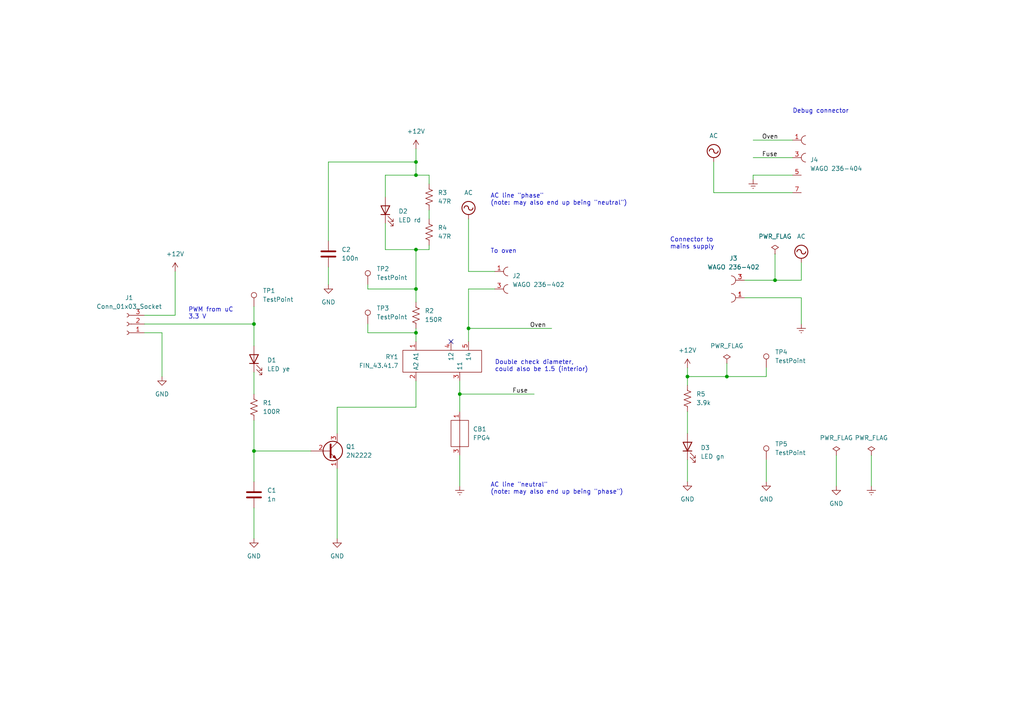
<source format=kicad_sch>
(kicad_sch (version 20230121) (generator eeschema)
  (paper "A4")
  (title_block (title "Reflow oven controller board") (date "2025-08-23") (rev "2.0") (company "Philipp Rapp"))
  (lib_symbols
    (symbol "Connector:Conn_01x03_Socket" (pin_names (offset 1.016) hide)
      (property "Reference" "J" (at 0 5.08 0))
      (property "Value" "Conn_01x03_Socket" (at 0 -5.08 0))
      (symbol "Conn_01x03_Socket_1_1"
        (arc (start 0 -2.032) (mid -0.5058 -2.54) (end 0 -3.048) (stroke (width 0.1524)))
        (polyline (pts (xy -1.27 -2.54) (xy -0.508 -2.54)) (stroke (width 0.1524)))
        (polyline (pts (xy -1.27 0) (xy -0.508 0)) (stroke (width 0.1524)))
        (polyline (pts (xy -1.27 2.54) (xy -0.508 2.54)) (stroke (width 0.1524)))
        (arc (start 0 0.508) (mid -0.5058 0) (end 0 -0.508) (stroke (width 0.1524)))
        (arc (start 0 3.048) (mid -0.5058 2.54) (end 0 2.032) (stroke (width 0.1524)))
        (pin passive line (at -5.08 2.54 0) (length 3.81) (name "Pin_1") (number "1"))
        (pin passive line (at -5.08 0 0) (length 3.81) (name "Pin_2") (number "2"))
        (pin passive line (at -5.08 -2.54 0) (length 3.81) (name "Pin_3") (number "3"))
      )
    )
    (symbol "Connector:TestPoint" (pin_numbers hide) (pin_names (offset 0.762) hide)
      (property "Reference" "TP" (at 0 6.858 0))
      (property "Value" "TestPoint" (at 0 5.08 0))
      (symbol "TestPoint_0_1"
        (circle (center 0 3.302) (radius 0.762))
      )
      (symbol "TestPoint_1_1"
        (pin passive line (at 0 0 90) (length 2.54) (name "1") (number "1"))
      )
    )
    (symbol "Device:C" (pin_numbers hide) (pin_names (offset 0.254))
      (property "Reference" "C" (at 0.635 2.54 0))
      (property "Value" "C" (at 0.635 -2.54 0))
      (symbol "C_0_1"
        (polyline (pts (xy -2.032 -0.762) (xy 2.032 -0.762)) (stroke (width 0.508)))
        (polyline (pts (xy -2.032 0.762) (xy 2.032 0.762)) (stroke (width 0.508)))
      )
      (symbol "C_1_1"
        (pin passive line (at 0 3.81 270) (length 2.794) (name "~") (number "1"))
        (pin passive line (at 0 -3.81 90) (length 2.794) (name "~") (number "2"))
      )
    )
    (symbol "Device:LED" (pin_numbers hide) (pin_names (offset 1.016) hide)
      (property "Reference" "D" (at 0 2.54 0))
      (property "Value" "LED" (at 0 -2.54 0))
      (symbol "LED_0_1"
        (polyline (pts (xy -1.27 -1.27) (xy -1.27 1.27)) (stroke (width 0.254)))
        (polyline (pts (xy -1.27 0) (xy 1.27 0)))
        (polyline (pts (xy 1.27 -1.27) (xy 1.27 1.27) (xy -1.27 0) (xy 1.27 -1.27)) (stroke (width 0.254)))
        (polyline (pts (xy -3.048 -0.762) (xy -4.572 -2.286) (xy -3.81 -2.286) (xy -4.572 -2.286) (xy -4.572 -1.524)))
        (polyline (pts (xy -1.778 -0.762) (xy -3.302 -2.286) (xy -2.54 -2.286) (xy -3.302 -2.286) (xy -3.302 -1.524)))
      )
      (symbol "LED_1_1"
        (pin passive line (at -3.81 0 0) (length 2.54) (name "K") (number "1"))
        (pin passive line (at 3.81 0 180) (length 2.54) (name "A") (number "2"))
      )
    )
    (symbol "Device:R_US" (pin_numbers hide) (pin_names (offset 0))
      (property "Reference" "R" (at 2.54 0 90))
      (property "Value" "R_US" (at -2.54 0 90))
      (symbol "R_US_0_1"
        (polyline (pts (xy 0 -2.286) (xy 0 -2.54)))
        (polyline (pts (xy 0 2.286) (xy 0 2.54)))
        (polyline (pts (xy 0 -0.762) (xy 1.016 -1.143) (xy 0 -1.524) (xy -1.016 -1.905) (xy 0 -2.286)))
        (polyline (pts (xy 0 0.762) (xy 1.016 0.381) (xy 0 0) (xy -1.016 -0.381) (xy 0 -0.762)))
        (polyline (pts (xy 0 2.286) (xy 1.016 1.905) (xy 0 1.524) (xy -1.016 1.143) (xy 0 0.762)))
      )
      (symbol "R_US_1_1"
        (pin passive line (at 0 3.81 270) (length 1.27) (name "~") (number "1"))
        (pin passive line (at 0 -3.81 90) (length 1.27) (name "~") (number "2"))
      )
    )
    (symbol "active:2N2222" (pin_names hide)
      (property "Reference" "Q" (at 5.715 1.27 0))
      (property "Value" "2N2222" (at 8.763 -1.27 0))
      (symbol "2N2222_0_1"
        (polyline (pts (xy 0.635 0.635) (xy 2.54 2.54)))
        (polyline (pts (xy 0.635 -0.635) (xy 2.54 -2.54) (xy 2.54 -2.54)))
        (polyline (pts (xy 0.635 1.905) (xy 0.635 -1.905) (xy 0.635 -1.905)) (stroke (width 0.508)))
        (polyline (pts (xy 1.27 -1.778) (xy 1.778 -1.27) (xy 2.286 -2.286) (xy 1.27 -1.778) (xy 1.27 -1.778)) (fill (type outline)))
        (circle (center 1.27 0) (radius 2.8194) (stroke (width 0.254)))
      )
      (symbol "2N2222_1_1"
        (pin passive line (at 2.54 -5.08 90) (length 2.54) (name "E") (number "1"))
        (pin input line (at -5.08 0 0) (length 5.715) (name "B") (number "2"))
        (pin passive line (at 2.54 5.08 270) (length 2.54) (name "C") (number "3"))
      )
    )
    (symbol "connectors:WAGO_236-402" (pin_names hide)
      (property "Reference" "J" (at 0 6.35 0))
      (property "Value" "WAGO 236-402" (at 0 -6.35 0))
      (symbol "WAGO_236-402_0_1"
        (arc (start 0 -2.54) (mid 0.372 -3.438) (end 1.27 -3.81))
        (arc (start 0 2.54) (mid 0.372 1.642) (end 1.27 1.27))
        (arc (start 1.27 -1.27) (mid 0.372 -1.642) (end 0 -2.54))
        (arc (start 1.27 3.81) (mid 0.372 3.438) (end 0 2.54))
      )
      (symbol "WAGO_236-402_1_1"
        (pin passive line (at -2.54 2.54 0) (length 2.54) (name "A") (number "1"))
        (pin passive line (at -2.54 2.54 0) (length 2.54) hide (name "B") (number "2"))
        (pin passive line (at -2.54 -2.54 0) (length 2.54) (name "C") (number "3"))
        (pin passive line (at -2.54 -2.54 0) (length 2.54) hide (name "D") (number "4"))
      )
    )
    (symbol "connectors:WAGO_236-404" (pin_names hide)
      (property "Reference" "J" (at 0 12.7 0))
      (property "Value" "WAGO 236-404" (at 0 -11.43 0))
      (symbol "WAGO_236-404_0_1"
        (arc (start 0 2.54) (mid 0.372 1.642) (end 1.27 1.27))
        (arc (start 0 7.62) (mid 0.372 6.722) (end 1.27 6.35))
        (arc (start 1.27 3.81) (mid 0.372 3.438) (end 0 2.54))
        (arc (start 1.27 8.89) (mid 0.372 8.518) (end 0 7.62))
      )
      (symbol "WAGO_236-404_1_1"
        (pin passive line (at -2.54 7.62 0) (length 2.54) (name "A") (number "1"))
        (pin passive line (at -2.54 7.62 0) (length 2.54) hide (name "B") (number "2"))
        (pin passive line (at -2.54 2.54 0) (length 2.54) (name "C") (number "3"))
        (pin passive line (at -2.54 2.54 0) (length 2.54) hide (name "D") (number "4"))
        (pin passive line (at -2.54 -2.54 0) (length 2.54) (name "E") (number "5"))
        (pin passive line (at -2.54 -2.54 0) (length 2.54) hide (name "F") (number "6"))
        (pin passive line (at -2.54 -7.62 0) (length 2.54) (name "G") (number "7"))
        (pin passive line (at -2.54 -7.62 0) (length 2.54) hide (name "H") (number "8"))
      )
    )
    (symbol "electrical:FIN_43.41.7"
      (property "Reference" "RY" (at 2.54 3.81 0))
      (property "Value" "FIN_43.41.7" (at 2.54 -8.89 0))
      (symbol "FIN_43.41.7_0_1"
        (rectangle (start -7.62 2.54) (end 15.24 -3.81))
      )
      (symbol "FIN_43.41.7_1_1"
        (pin passive line (at -3.81 5.08 270) (length 2.54) (name "A1") (number "1"))
        (pin passive line (at -3.81 -6.35 90) (length 2.54) (name "A2") (number "2"))
        (pin passive line (at 8.89 -6.35 90) (length 2.54) (name "11") (number "3"))
        (pin passive line (at 6.35 5.08 270) (length 2.54) (name "12") (number "4"))
        (pin passive line (at 11.43 5.08 270) (length 2.54) (name "14") (number "5"))
      )
    )
    (symbol "electrical:FPG4" (pin_names hide)
      (property "Reference" "CB" (at 0 3.81 0))
      (property "Value" "FPG4" (at 0 -3.81 0))
      (symbol "FPG4_0_1"
        (rectangle (start -3.81 2.54) (end 3.81 -2.54))
        (polyline (pts (xy -3.81 0) (xy 3.81 0)))
      )
      (symbol "FPG4_1_1"
        (pin passive line (at -6.35 0 0) (length 2.54) (name "A") (number "1"))
        (pin passive line (at -6.35 0 0) (length 2.54) hide (name "B") (number "2"))
        (pin passive line (at 6.35 0 180) (length 2.54) (name "C") (number "3"))
        (pin passive line (at 6.35 0 180) (length 2.54) hide (name "D") (number "4"))
      )
    )
    (symbol "power:+12V" (power) (pin_names (offset 0))
      (property "Value" "+12V" (at 0 3.556 0))
      (symbol "+12V_0_1"
        (polyline (pts (xy -0.762 1.27) (xy 0 2.54)))
        (polyline (pts (xy 0 0) (xy 0 2.54)))
        (polyline (pts (xy 0 2.54) (xy 0.762 1.27)))
      )
      (symbol "+12V_1_1"
        (pin power_in line (at 0 0 90) (length 0) hide (name "+12V") (number "1"))
      )
    )
    (symbol "power:AC" (power) (pin_names (offset 0))
      (property "Value" "AC" (at 0 6.35 0))
      (symbol "AC_0_1"
        (polyline (pts (xy 0 0) (xy 0 1.27)))
        (arc (start 0 3.175) (mid -0.635 3.8073) (end -1.27 3.175) (stroke (width 0.254)))
        (arc (start 0 3.175) (mid 0.635 2.5427) (end 1.27 3.175) (stroke (width 0.254)))
        (circle (center 0 3.175) (radius 1.905) (stroke (width 0.254)))
      )
      (symbol "AC_1_1"
        (pin power_in line (at 0 0 90) (length 0) hide (name "AC") (number "1"))
      )
    )
    (symbol "power:Earth" (power) (pin_names (offset 0))
      (symbol "Earth_0_1"
        (polyline (pts (xy -0.635 -1.905) (xy 0.635 -1.905)))
        (polyline (pts (xy -0.127 -2.54) (xy 0.127 -2.54)))
        (polyline (pts (xy 0 -1.27) (xy 0 0)))
        (polyline (pts (xy 1.27 -1.27) (xy -1.27 -1.27)))
      )
      (symbol "Earth_1_1"
        (pin power_in line (at 0 0 270) (length 0) hide (name "Earth") (number "1"))
      )
    )
    (symbol "power:GND" (power) (pin_names (offset 0))
      (property "Value" "GND" (at 0 -3.81 0))
      (symbol "GND_0_1"
        (polyline (pts (xy 0 0) (xy 0 -1.27) (xy 1.27 -1.27) (xy 0 -2.54) (xy -1.27 -1.27) (xy 0 -1.27)))
      )
      (symbol "GND_1_1"
        (pin power_in line (at 0 0 270) (length 0) hide (name "GND") (number "1"))
      )
    )
    (symbol "power:PWR_FLAG" (power) (pin_numbers hide) (pin_names (offset 0) hide)
      (property "Value" "PWR_FLAG" (at 0 3.81 0))
      (symbol "PWR_FLAG_0_0"
        (pin power_out line (at 0 0 90) (length 0) (name "pwr") (number "1"))
      )
      (symbol "PWR_FLAG_0_1"
        (polyline (pts (xy 0 0) (xy 0 1.27) (xy -1.016 1.905) (xy 0 2.54) (xy 1.016 1.905) (xy 0 1.27)))
      )
    )
  )
  (junction (at 73.66 130.81))
  (junction (at 224.79 81.28))
  (junction (at 199.39 109.22))
  (junction (at 120.65 72.39))
  (junction (at 120.65 46.99))
  (junction (at 73.66 93.98))
  (junction (at 120.65 50.8))
  (junction (at 135.89 95.25))
  (junction (at 120.65 96.52))
  (junction (at 133.35 114.3))
  (junction (at 120.65 83.82))
  (junction (at 210.82 109.22))
  (no_connect (at 130.81 99.06))
  (wire (pts (xy 199.39 109.22) (xy 210.82 109.22)))
  (wire (pts (xy 218.44 50.8) (xy 218.44 52.07)))
  (wire (pts (xy 215.9 81.28) (xy 224.79 81.28)))
  (wire (pts (xy 73.66 130.81) (xy 73.66 139.7)))
  (wire (pts (xy 97.79 135.89) (xy 97.79 156.21)))
  (wire (pts (xy 199.39 133.35) (xy 199.39 139.7)))
  (wire (pts (xy 207.01 55.88) (xy 229.87 55.88)))
  (wire (pts (xy 120.65 43.18) (xy 120.65 46.99)))
  (wire (pts (xy 224.79 81.28) (xy 232.41 81.28)))
  (wire (pts (xy 97.79 118.11) (xy 97.79 125.73)))
  (wire (pts (xy 232.41 86.36) (xy 232.41 93.98)))
  (wire (pts (xy 120.65 72.39) (xy 124.46 72.39)))
  (wire (pts (xy 133.35 114.3) (xy 154.94 114.3)))
  (wire (pts (xy 73.66 121.92) (xy 73.66 130.81)))
  (wire (pts (xy 124.46 71.12) (xy 124.46 72.39)))
  (wire (pts (xy 111.76 50.8) (xy 111.76 57.15)))
  (wire (pts (xy 41.91 93.98) (xy 73.66 93.98)))
  (wire (pts (xy 95.25 77.47) (xy 95.25 82.55)))
  (wire (pts (xy 120.65 46.99) (xy 120.65 50.8)))
  (wire (pts (xy 124.46 50.8) (xy 124.46 53.34)))
  (wire (pts (xy 41.91 91.44) (xy 50.8 91.44)))
  (wire (pts (xy 124.46 60.96) (xy 124.46 63.5)))
  (wire (pts (xy 106.68 96.52) (xy 120.65 96.52)))
  (wire (pts (xy 199.39 119.38) (xy 199.39 125.73)))
  (wire (pts (xy 210.82 109.22) (xy 222.25 109.22)))
  (wire (pts (xy 210.82 105.41) (xy 210.82 109.22)))
  (wire (pts (xy 242.57 132.08) (xy 242.57 140.97)))
  (wire (pts (xy 143.51 83.82) (xy 135.89 83.82)))
  (wire (pts (xy 111.76 72.39) (xy 120.65 72.39)))
  (wire (pts (xy 218.44 45.72) (xy 229.87 45.72)))
  (wire (pts (xy 232.41 76.2) (xy 232.41 81.28)))
  (wire (pts (xy 199.39 106.68) (xy 199.39 109.22)))
  (wire (pts (xy 73.66 107.95) (xy 73.66 114.3)))
  (wire (pts (xy 222.25 133.35) (xy 222.25 139.7)))
  (wire (pts (xy 135.89 78.74) (xy 143.51 78.74)))
  (wire (pts (xy 215.9 86.36) (xy 232.41 86.36)))
  (wire (pts (xy 120.65 83.82) (xy 120.65 87.63)))
  (wire (pts (xy 222.25 109.22) (xy 222.25 106.68)))
  (wire (pts (xy 120.65 72.39) (xy 120.65 83.82)))
  (wire (pts (xy 133.35 110.49) (xy 133.35 114.3)))
  (wire (pts (xy 133.35 114.3) (xy 133.35 119.38)))
  (wire (pts (xy 73.66 88.9) (xy 73.66 93.98)))
  (wire (pts (xy 120.65 50.8) (xy 111.76 50.8)))
  (wire (pts (xy 252.73 132.08) (xy 252.73 140.97)))
  (wire (pts (xy 218.44 40.64) (xy 229.87 40.64)))
  (wire (pts (xy 120.65 95.25) (xy 120.65 96.52)))
  (wire (pts (xy 73.66 130.81) (xy 90.17 130.81)))
  (wire (pts (xy 120.65 50.8) (xy 124.46 50.8)))
  (wire (pts (xy 229.87 50.8) (xy 218.44 50.8)))
  (wire (pts (xy 135.89 83.82) (xy 135.89 95.25)))
  (wire (pts (xy 73.66 147.32) (xy 73.66 156.21)))
  (wire (pts (xy 135.89 95.25) (xy 160.02 95.25)))
  (wire (pts (xy 207.01 46.99) (xy 207.01 55.88)))
  (wire (pts (xy 133.35 132.08) (xy 133.35 140.97)))
  (wire (pts (xy 106.68 82.55) (xy 106.68 83.82)))
  (wire (pts (xy 111.76 64.77) (xy 111.76 72.39)))
  (wire (pts (xy 50.8 91.44) (xy 50.8 78.74)))
  (wire (pts (xy 106.68 93.98) (xy 106.68 96.52)))
  (wire (pts (xy 135.89 95.25) (xy 135.89 99.06)))
  (wire (pts (xy 95.25 46.99) (xy 120.65 46.99)))
  (wire (pts (xy 95.25 46.99) (xy 95.25 69.85)))
  (wire (pts (xy 73.66 93.98) (xy 73.66 100.33)))
  (wire (pts (xy 120.65 96.52) (xy 120.65 99.06)))
  (wire (pts (xy 120.65 118.11) (xy 97.79 118.11)))
  (wire (pts (xy 106.68 83.82) (xy 120.65 83.82)))
  (wire (pts (xy 224.79 73.66) (xy 224.79 81.28)))
  (wire (pts (xy 199.39 109.22) (xy 199.39 111.76)))
  (wire (pts (xy 120.65 110.49) (xy 120.65 118.11)))
  (wire (pts (xy 41.91 96.52) (xy 46.99 96.52)))
  (wire (pts (xy 135.89 63.5) (xy 135.89 78.74)))
  (wire (pts (xy 46.99 96.52) (xy 46.99 109.22)))
  (text "Double check diameter,\ncould also be 1.5 (interior)" (at 143.51 107.95 0) (effects (font (size 1.27 1.27)) (justify left bottom)))
  (text "AC line \"neutral\"\n(note: may also end up being \"phase\")" (at 142.24 143.51 0) (effects (font (size 1.27 1.27)) (justify left bottom)))
  (text "Debug connector" (at 229.87 33.02 0) (effects (font (size 1.27 1.27)) (justify left bottom)))
  (text "PWM from uC\n3.3 V" (at 54.61 92.71 0) (effects (font (size 1.27 1.27)) (justify left bottom)))
  (text "To oven" (at 142.24 73.66 0) (effects (font (size 1.27 1.27)) (justify left bottom)))
  (text "AC line \"phase\"\n(note: may also end up being \"neutral\")" (at 142.24 59.69 0) (effects (font (size 1.27 1.27)) (justify left bottom)))
  (text "Connector to\nmains supply" (at 194.31 72.39 0) (effects (font (size 1.27 1.27)) (justify left bottom)))
  (label "Oven" (at 220.98 40.64 0))
  (label "Fuse" (at 148.59 114.3 0))
  (label "Oven" (at 153.67 95.25 0))
  (label "Fuse" (at 220.98 45.72 0))
  (symbol (lib_id "Connector:Conn_01x03_Socket") (at 36.83 93.98 180) (unit 1)
    (property "Reference" "J1" (at 37.465 86.36 0))
    (property "Value" "Conn_01x03_Socket" (at 37.465 88.9 0))
    (property "Footprint" "Connector_PinSocket_2.54mm:PinSocket_1x03_P2.54mm_Vertical" (effects hide))
  )
  (symbol (lib_id "power:GND") (at 46.99 109.22 0) (unit 1)
    (property "Reference" "#PWR01" (effects hide))
    (property "Value" "GND" (at 46.99 114.3 0))
  )
  (symbol (lib_id "power:AC") (at 135.89 63.5 0) (unit 1)
    (property "Reference" "#PWR08" (effects hide))
    (property "Value" "AC" (at 135.89 55.88 0))
  )
  (symbol (lib_id "Device:LED") (at 111.76 60.96 90) (unit 1)
    (property "Reference" "D2" (at 115.57 61.2775 90) (effects (justify right)))
    (property "Value" "LED rd" (at 115.57 63.8175 90) (effects (justify right)))
    (property "Footprint" "LED_THT:LED_D5.0mm" (effects hide))
  )
  (symbol (lib_id "connectors:WAGO_236-402") (at 146.05 81.28 0) (unit 1)
    (property "Reference" "J2" (at 148.59 80.01 0) (effects (justify left)))
    (property "Value" "WAGO 236-402" (at 148.59 82.55 0) (effects (justify left)))
    (property "Footprint" "connectors:WAGO 236-402" (effects hide))
  )
  (symbol (lib_id "Device:R_US") (at 73.66 118.11 0) (unit 1)
    (property "Reference" "R1" (at 76.2 116.84 0) (effects (justify left)))
    (property "Value" "100R" (at 76.2 119.38 0) (effects (justify left)))
    (property "Footprint" "Resistor_THT:R_Axial_DIN0207_L6.3mm_D2.5mm_P10.16mm_Horizontal" (effects hide))
  )
  (symbol (lib_id "Device:R_US") (at 120.65 91.44 0) (unit 1)
    (property "Reference" "R2" (at 123.19 90.17 0) (effects (justify left)))
    (property "Value" "150R" (at 123.19 92.71 0) (effects (justify left)))
    (property "Footprint" "Resistor_THT:R_Axial_DIN0207_L6.3mm_D2.5mm_P10.16mm_Horizontal" (effects hide))
  )
  (symbol (lib_id "power:GND") (at 73.66 156.21 0) (unit 1)
    (property "Reference" "#PWR03" (effects hide))
    (property "Value" "GND" (at 73.66 161.29 0))
  )
  (symbol (lib_id "power:PWR_FLAG") (at 242.57 132.08 0) (unit 1)
    (property "Reference" "#FLG03" (effects hide))
    (property "Value" "PWR_FLAG" (at 242.57 127 0))
  )
  (symbol (lib_id "power:Earth") (at 232.41 93.98 0) (unit 1)
    (property "Reference" "#PWR015" (effects hide))
    (property "Value" "Earth" (effects hide))
  )
  (symbol (lib_id "power:GND") (at 95.25 82.55 0) (unit 1)
    (property "Reference" "#PWR04" (effects hide))
    (property "Value" "GND" (at 95.25 87.63 0))
  )
  (symbol (lib_id "Connector:TestPoint") (at 73.66 88.9 0) (unit 1)
    (property "Reference" "TP1" (at 76.2 84.328 0) (effects (justify left)))
    (property "Value" "TestPoint" (at 76.2 86.868 0) (effects (justify left)))
    (property "Footprint" "TestPoint:TestPoint_Pad_2.0x2.0mm" (effects hide))
  )
  (symbol (lib_id "electrical:FIN_43.41.7") (at 124.46 104.14 0) (unit 1)
    (property "Reference" "RY1" (at 115.57 103.505 0) (effects (justify right)))
    (property "Value" "FIN_43.41.7" (at 115.57 106.045 0) (effects (justify right)))
    (property "Footprint" "electrical:FIN 43.41.7" (effects hide))
  )
  (symbol (lib_id "power:Earth") (at 252.73 140.97 0) (unit 1)
    (property "Reference" "#PWR017" (effects hide))
    (property "Value" "Earth" (effects hide))
  )
  (symbol (lib_id "power:+12V") (at 120.65 43.18 0) (unit 1)
    (property "Reference" "#PWR06" (effects hide))
    (property "Value" "+12V" (at 120.65 38.1 0))
  )
  (symbol (lib_id "power:AC") (at 207.01 46.99 0) (unit 1)
    (property "Reference" "#PWR011" (effects hide))
    (property "Value" "AC" (at 207.01 39.37 0))
  )
  (symbol (lib_id "connectors:WAGO_236-402") (at 213.36 83.82 180) (unit 1)
    (property "Reference" "J3" (at 212.725 74.93 0))
    (property "Value" "WAGO 236-402" (at 212.725 77.47 0))
    (property "Footprint" "connectors:WAGO 236-402" (effects hide))
  )
  (symbol (lib_id "power:PWR_FLAG") (at 210.82 105.41 0) (unit 1)
    (property "Reference" "#FLG01" (effects hide))
    (property "Value" "PWR_FLAG" (at 210.82 100.33 0))
  )
  (symbol (lib_id "power:PWR_FLAG") (at 224.79 73.66 0) (unit 1)
    (property "Reference" "#FLG02" (effects hide))
    (property "Value" "PWR_FLAG" (at 224.79 68.58 0))
  )
  (symbol (lib_id "connectors:WAGO_236-404") (at 232.41 48.26 0) (unit 1)
    (property "Reference" "J4" (at 234.95 46.355 0) (effects (justify left)))
    (property "Value" "WAGO 236-404" (at 234.95 48.895 0) (effects (justify left)))
    (property "Footprint" "connectors:WAGO 236-404" (effects hide))
  )
  (symbol (lib_id "power:Earth") (at 218.44 52.07 0) (unit 1)
    (property "Reference" "#PWR012" (effects hide))
    (property "Value" "Earth" (effects hide))
  )
  (symbol (lib_id "Connector:TestPoint") (at 222.25 133.35 0) (unit 1)
    (property "Reference" "TP5" (at 224.79 128.778 0) (effects (justify left)))
    (property "Value" "TestPoint" (at 224.79 131.318 0) (effects (justify left)))
    (property "Footprint" "TestPoint:TestPoint_Plated_Hole_D2.0mm" (effects hide))
  )
  (symbol (lib_id "power:+12V") (at 199.39 106.68 0) (unit 1)
    (property "Reference" "#PWR09" (effects hide))
    (property "Value" "+12V" (at 199.39 101.6 0))
  )
  (symbol (lib_id "Device:R_US") (at 199.39 115.57 0) (unit 1)
    (property "Reference" "R5" (at 201.93 114.3 0) (effects (justify left)))
    (property "Value" "3.9k" (at 201.93 116.84 0) (effects (justify left)))
    (property "Footprint" "Resistor_THT:R_Axial_DIN0207_L6.3mm_D2.5mm_P10.16mm_Horizontal" (effects hide))
  )
  (symbol (lib_id "Device:C") (at 73.66 143.51 0) (unit 1)
    (property "Reference" "C1" (at 77.47 142.24 0) (effects (justify left)))
    (property "Value" "1n" (at 77.47 144.78 0) (effects (justify left)))
    (property "Footprint" "Capacitor_THT:C_Disc_D5.0mm_W2.5mm_P5.00mm" (effects hide))
  )
  (symbol (lib_id "Connector:TestPoint") (at 106.68 82.55 0) (unit 1)
    (property "Reference" "TP2" (at 109.22 77.978 0) (effects (justify left)))
    (property "Value" "TestPoint" (at 109.22 80.518 0) (effects (justify left)))
    (property "Footprint" "TestPoint:TestPoint_Pad_2.0x2.0mm" (effects hide))
  )
  (symbol (lib_id "power:GND") (at 97.79 156.21 0) (unit 1)
    (property "Reference" "#PWR05" (effects hide))
    (property "Value" "GND" (at 97.79 161.29 0))
  )
  (symbol (lib_id "active:2N2222") (at 95.25 130.81 0) (unit 1)
    (property "Reference" "Q1" (at 100.33 129.54 0) (effects (justify left)))
    (property "Value" "2N2222" (at 100.33 132.08 0) (effects (justify left)))
    (property "Footprint" "active:2N2222" (effects hide))
  )
  (symbol (lib_id "Device:C") (at 95.25 73.66 0) (unit 1)
    (property "Reference" "C2" (at 99.06 72.39 0) (effects (justify left)))
    (property "Value" "100n" (at 99.06 74.93 0) (effects (justify left)))
    (property "Footprint" "Capacitor_THT:C_Disc_D5.0mm_W2.5mm_P2.50mm" (effects hide))
  )
  (symbol (lib_id "power:GND") (at 222.25 139.7 0) (unit 1)
    (property "Reference" "#PWR013" (effects hide))
    (property "Value" "GND" (at 222.25 144.78 0))
  )
  (symbol (lib_id "electrical:FPG4") (at 133.35 125.73 270) (unit 1)
    (property "Reference" "CB1" (at 137.16 124.46 90) (effects (justify left)))
    (property "Value" "FPG4" (at 137.16 127 90) (effects (justify left)))
    (property "Footprint" "electrical:FPG4" (effects hide))
  )
  (symbol (lib_id "power:PWR_FLAG") (at 252.73 132.08 0) (unit 1)
    (property "Reference" "#FLG04" (effects hide))
    (property "Value" "PWR_FLAG" (at 252.73 127 0))
  )
  (symbol (lib_id "Connector:TestPoint") (at 106.68 93.98 0) (unit 1)
    (property "Reference" "TP3" (at 109.22 89.408 0) (effects (justify left)))
    (property "Value" "TestPoint" (at 109.22 91.948 0) (effects (justify left)))
    (property "Footprint" "TestPoint:TestPoint_Pad_2.0x2.0mm" (effects hide))
  )
  (symbol (lib_id "power:AC") (at 232.41 76.2 0) (unit 1)
    (property "Reference" "#PWR014" (effects hide))
    (property "Value" "AC" (at 232.41 68.58 0))
  )
  (symbol (lib_id "Device:LED") (at 199.39 129.54 90) (unit 1)
    (property "Reference" "D3" (at 203.2 129.8575 90) (effects (justify right)))
    (property "Value" "LED gn" (at 203.2 132.3975 90) (effects (justify right)))
    (property "Footprint" "LED_THT:LED_D5.0mm" (effects hide))
  )
  (symbol (lib_id "Connector:TestPoint") (at 222.25 106.68 0) (unit 1)
    (property "Reference" "TP4" (at 224.79 102.108 0) (effects (justify left)))
    (property "Value" "TestPoint" (at 224.79 104.648 0) (effects (justify left)))
    (property "Footprint" "TestPoint:TestPoint_Pad_2.0x2.0mm" (effects hide))
  )
  (symbol (lib_id "power:GND") (at 242.57 140.97 0) (unit 1)
    (property "Reference" "#PWR016" (effects hide))
    (property "Value" "GND" (at 242.57 146.05 0))
  )
  (symbol (lib_id "power:Earth") (at 133.35 140.97 0) (unit 1)
    (property "Reference" "#PWR07" (effects hide))
    (property "Value" "Earth" (effects hide))
  )
  (symbol (lib_id "power:GND") (at 199.39 139.7 0) (unit 1)
    (property "Reference" "#PWR010" (effects hide))
    (property "Value" "GND" (at 199.39 144.78 0))
  )
  (symbol (lib_id "Device:LED") (at 73.66 104.14 90) (unit 1)
    (property "Reference" "D1" (at 77.47 104.4575 90) (effects (justify right)))
    (property "Value" "LED ye" (at 77.47 106.9975 90) (effects (justify right)))
    (property "Footprint" "LED_THT:LED_D5.0mm" (effects hide))
  )
  (symbol (lib_id "Device:R_US") (at 124.46 57.15 0) (unit 1)
    (property "Reference" "R3" (at 127 55.88 0) (effects (justify left)))
    (property "Value" "47R" (at 127 58.42 0) (effects (justify left)))
    (property "Footprint" "Resistor_THT:R_Axial_DIN0207_L6.3mm_D2.5mm_P10.16mm_Horizontal" (effects hide))
  )
  (symbol (lib_id "Device:R_US") (at 124.46 67.31 0) (unit 1)
    (property "Reference" "R4" (at 127 66.04 0) (effects (justify left)))
    (property "Value" "47R" (at 127 68.58 0) (effects (justify left)))
    (property "Footprint" "Resistor_THT:R_Axial_DIN0207_L6.3mm_D2.5mm_P10.16mm_Horizontal" (effects hide))
  )
  (symbol (lib_id "power:+12V") (at 50.8 78.74 0) (unit 1)
    (property "Reference" "#PWR02" (effects hide))
    (property "Value" "+12V" (at 50.8 73.66 0))
  )
)
</source>
